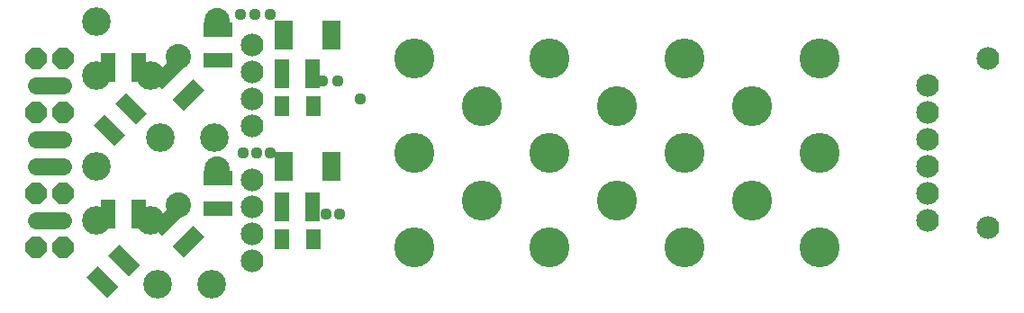
<source format=gbr>
G04 EAGLE Gerber RS-274X export*
G75*
%MOMM*%
%FSLAX34Y34*%
%LPD*%
%INSoldermask Bottom*%
%IPPOS*%
%AMOC8*
5,1,8,0,0,1.08239X$1,22.5*%
G01*
%ADD10C,3.759200*%
%ADD11C,2.133600*%
%ADD12C,2.692400*%
%ADD13R,2.743200X1.473200*%
%ADD14C,2.387600*%
%ADD15R,1.473200X2.743200*%
%ADD16R,1.790600X2.743200*%
%ADD17R,1.346200X1.905000*%
%ADD18P,2.144431X8X112.500000*%
%ADD19C,1.611200*%
%ADD20C,1.109600*%


D10*
X647700Y127000D03*
X266700Y127000D03*
X393700Y127000D03*
X520700Y127000D03*
X647700Y38100D03*
X266700Y38100D03*
X393700Y38100D03*
X520700Y38100D03*
X266700Y215900D03*
X393700Y215900D03*
X520700Y215900D03*
X584200Y171450D03*
X330200Y171450D03*
X457200Y171450D03*
X584200Y82550D03*
X330200Y82550D03*
X457200Y82550D03*
X647700Y215900D03*
D11*
X114300Y101600D03*
X114300Y152400D03*
X114300Y76200D03*
X114300Y50800D03*
X114300Y25400D03*
X114300Y177800D03*
X114300Y203200D03*
X114300Y228600D03*
X749300Y114300D03*
X749300Y139700D03*
X749300Y88900D03*
X749300Y63500D03*
X749300Y165100D03*
X749300Y190500D03*
X806450Y57150D03*
X806450Y215900D03*
D12*
X-31750Y114300D03*
X-31750Y63500D03*
X19050Y63500D03*
D13*
G36*
X69459Y48361D02*
X50062Y28964D01*
X39645Y39381D01*
X59042Y58778D01*
X69459Y48361D01*
G37*
G36*
X49254Y68568D02*
X29857Y49171D01*
X19440Y59588D01*
X38837Y78985D01*
X49254Y68568D01*
G37*
G36*
X-21489Y-9134D02*
X-40886Y10263D01*
X-30469Y20680D01*
X-11072Y1283D01*
X-21489Y-9134D01*
G37*
G36*
X-1282Y11071D02*
X-20679Y30468D01*
X-10262Y40885D01*
X9135Y21488D01*
X-1282Y11071D01*
G37*
X82550Y103188D03*
X82550Y74613D03*
D14*
X45242Y78224D03*
X81758Y112276D03*
D12*
X-31750Y250825D03*
X-31750Y200025D03*
X19050Y200025D03*
D13*
G36*
X69459Y186474D02*
X50062Y167077D01*
X39645Y177494D01*
X59042Y196891D01*
X69459Y186474D01*
G37*
G36*
X49254Y206681D02*
X29857Y187284D01*
X19440Y197701D01*
X38837Y217098D01*
X49254Y206681D01*
G37*
G36*
X-15139Y133741D02*
X-34536Y153138D01*
X-24119Y163555D01*
X-4722Y144158D01*
X-15139Y133741D01*
G37*
G36*
X5068Y153946D02*
X-14329Y173343D01*
X-3912Y183760D01*
X15485Y164363D01*
X5068Y153946D01*
G37*
X82550Y242888D03*
X82550Y214313D03*
D14*
X45242Y217924D03*
X81758Y251976D03*
D15*
X7938Y207962D03*
X-20638Y207963D03*
X7938Y69849D03*
X-20638Y69850D03*
D12*
X28575Y141288D03*
X79375Y141288D03*
X25400Y3175D03*
X76200Y3175D03*
D16*
X188913Y114300D03*
X144463Y114300D03*
D15*
X142875Y201614D03*
X171451Y201613D03*
X142875Y76201D03*
X171451Y76200D03*
D16*
X188913Y238125D03*
X144463Y238125D03*
D17*
X171895Y171450D03*
X142431Y171450D03*
X171895Y46038D03*
X142431Y46038D03*
D18*
X-88900Y38100D03*
X-63500Y38100D03*
D19*
X-74820Y63500D02*
X-88900Y63500D01*
X-77580Y63500D02*
X-63500Y63500D01*
D18*
X-88900Y88900D03*
X-63500Y88900D03*
D19*
X-74820Y114300D02*
X-88900Y114300D01*
X-77580Y114300D02*
X-63500Y114300D01*
X-74820Y139700D02*
X-88900Y139700D01*
X-77580Y139700D02*
X-63500Y139700D01*
D18*
X-88900Y165100D03*
X-63500Y165100D03*
D19*
X-74820Y190500D02*
X-88900Y190500D01*
X-77580Y190500D02*
X-63500Y190500D01*
D18*
X-88900Y215900D03*
X-63500Y215900D03*
D20*
X215900Y177800D03*
X180975Y195263D03*
X131763Y127000D03*
X119063Y127000D03*
X106363Y127000D03*
X195263Y195263D03*
X196850Y69850D03*
X184150Y69850D03*
X103188Y257175D03*
X117475Y257175D03*
X131763Y257175D03*
M02*

</source>
